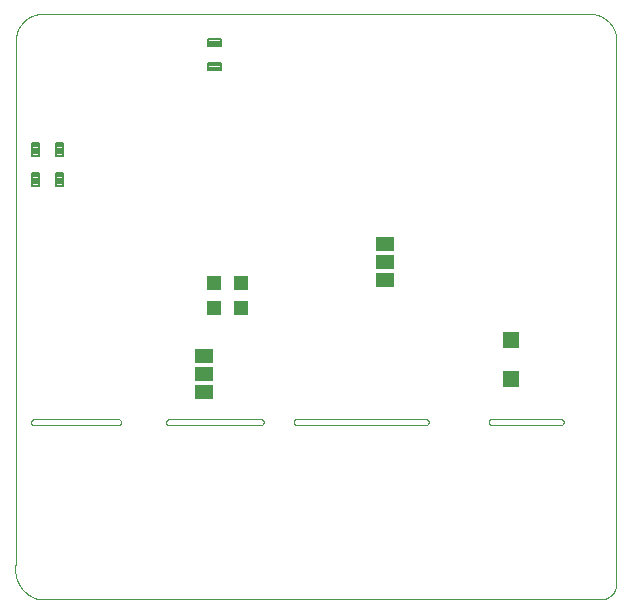
<source format=gbp>
G75*
%MOIN*%
%OFA0B0*%
%FSLAX25Y25*%
%IPPOS*%
%LPD*%
%AMOC8*
5,1,8,0,0,1.08239X$1,22.5*
%
%ADD10C,0.00100*%
%ADD11C,0.00787*%
%ADD12R,0.06300X0.04600*%
%ADD13R,0.05500X0.05500*%
%ADD14R,0.04550X0.05118*%
D10*
X0014100Y0010000D02*
X0201600Y0010000D01*
X0201740Y0010002D01*
X0201880Y0010008D01*
X0202020Y0010018D01*
X0202160Y0010031D01*
X0202299Y0010049D01*
X0202438Y0010071D01*
X0202575Y0010096D01*
X0202713Y0010125D01*
X0202849Y0010158D01*
X0202984Y0010195D01*
X0203118Y0010236D01*
X0203251Y0010281D01*
X0203383Y0010329D01*
X0203513Y0010381D01*
X0203642Y0010436D01*
X0203769Y0010495D01*
X0203895Y0010558D01*
X0204019Y0010624D01*
X0204140Y0010693D01*
X0204260Y0010766D01*
X0204378Y0010843D01*
X0204493Y0010922D01*
X0204607Y0011005D01*
X0204717Y0011091D01*
X0204826Y0011180D01*
X0204932Y0011272D01*
X0205035Y0011367D01*
X0205136Y0011464D01*
X0205233Y0011565D01*
X0205328Y0011668D01*
X0205420Y0011774D01*
X0205509Y0011883D01*
X0205595Y0011993D01*
X0205678Y0012107D01*
X0205757Y0012222D01*
X0205834Y0012340D01*
X0205907Y0012460D01*
X0205976Y0012581D01*
X0206042Y0012705D01*
X0206105Y0012831D01*
X0206164Y0012958D01*
X0206219Y0013087D01*
X0206271Y0013217D01*
X0206319Y0013349D01*
X0206364Y0013482D01*
X0206405Y0013616D01*
X0206442Y0013751D01*
X0206475Y0013887D01*
X0206504Y0014025D01*
X0206529Y0014162D01*
X0206551Y0014301D01*
X0206569Y0014440D01*
X0206582Y0014580D01*
X0206592Y0014720D01*
X0206598Y0014860D01*
X0206600Y0015000D01*
X0206600Y0195000D01*
X0206628Y0195212D01*
X0206650Y0195424D01*
X0206668Y0195637D01*
X0206680Y0195850D01*
X0206687Y0196064D01*
X0206689Y0196277D01*
X0206686Y0196491D01*
X0206677Y0196704D01*
X0206664Y0196918D01*
X0206645Y0197130D01*
X0206621Y0197343D01*
X0206592Y0197554D01*
X0206558Y0197765D01*
X0206519Y0197975D01*
X0206475Y0198184D01*
X0206426Y0198392D01*
X0206371Y0198598D01*
X0206312Y0198804D01*
X0206248Y0199007D01*
X0206179Y0199210D01*
X0206105Y0199410D01*
X0206026Y0199608D01*
X0205943Y0199805D01*
X0205854Y0200000D01*
X0205761Y0200192D01*
X0205664Y0200382D01*
X0205562Y0200570D01*
X0205455Y0200755D01*
X0205344Y0200937D01*
X0205229Y0201117D01*
X0205109Y0201294D01*
X0204985Y0201468D01*
X0204857Y0201638D01*
X0204724Y0201806D01*
X0204588Y0201971D01*
X0204448Y0202132D01*
X0204304Y0202290D01*
X0204156Y0202444D01*
X0204005Y0202594D01*
X0203849Y0202741D01*
X0203691Y0202884D01*
X0203529Y0203023D01*
X0203363Y0203159D01*
X0203195Y0203290D01*
X0203023Y0203417D01*
X0202849Y0203540D01*
X0202671Y0203659D01*
X0202491Y0203773D01*
X0202307Y0203883D01*
X0202122Y0203988D01*
X0201933Y0204089D01*
X0201743Y0204186D01*
X0201550Y0204277D01*
X0201355Y0204364D01*
X0201158Y0204447D01*
X0200959Y0204524D01*
X0200758Y0204597D01*
X0200555Y0204665D01*
X0200351Y0204728D01*
X0200146Y0204786D01*
X0199939Y0204839D01*
X0199731Y0204887D01*
X0199521Y0204930D01*
X0199311Y0204967D01*
X0199100Y0205000D01*
X0014100Y0205000D01*
X0013886Y0204967D01*
X0013672Y0204928D01*
X0013460Y0204884D01*
X0013248Y0204836D01*
X0013038Y0204781D01*
X0012830Y0204722D01*
X0012622Y0204658D01*
X0012417Y0204588D01*
X0012213Y0204514D01*
X0012011Y0204434D01*
X0011811Y0204350D01*
X0011614Y0204261D01*
X0011418Y0204166D01*
X0011225Y0204068D01*
X0011035Y0203964D01*
X0010847Y0203856D01*
X0010661Y0203743D01*
X0010479Y0203626D01*
X0010299Y0203504D01*
X0010123Y0203378D01*
X0009949Y0203247D01*
X0009779Y0203113D01*
X0009613Y0202974D01*
X0009449Y0202831D01*
X0009290Y0202684D01*
X0009134Y0202534D01*
X0008981Y0202379D01*
X0008833Y0202221D01*
X0008688Y0202059D01*
X0008548Y0201894D01*
X0008411Y0201725D01*
X0008279Y0201553D01*
X0008151Y0201378D01*
X0008027Y0201200D01*
X0007908Y0201019D01*
X0007793Y0200835D01*
X0007683Y0200648D01*
X0007577Y0200458D01*
X0007476Y0200266D01*
X0007380Y0200072D01*
X0007289Y0199875D01*
X0007202Y0199676D01*
X0007120Y0199475D01*
X0007044Y0199272D01*
X0006972Y0199068D01*
X0006905Y0198861D01*
X0006844Y0198653D01*
X0006788Y0198444D01*
X0006736Y0198233D01*
X0006690Y0198021D01*
X0006649Y0197808D01*
X0006614Y0197594D01*
X0006583Y0197379D01*
X0006558Y0197164D01*
X0006539Y0196948D01*
X0006524Y0196731D01*
X0006515Y0196514D01*
X0006511Y0196297D01*
X0006513Y0196080D01*
X0006519Y0195864D01*
X0006532Y0195647D01*
X0006549Y0195431D01*
X0006572Y0195215D01*
X0006600Y0195000D01*
X0006600Y0022500D01*
X0006542Y0022258D01*
X0006491Y0022014D01*
X0006445Y0021769D01*
X0006405Y0021523D01*
X0006371Y0021276D01*
X0006343Y0021029D01*
X0006322Y0020781D01*
X0006306Y0020532D01*
X0006296Y0020283D01*
X0006292Y0020034D01*
X0006294Y0019785D01*
X0006302Y0019536D01*
X0006317Y0019287D01*
X0006337Y0019039D01*
X0006363Y0018791D01*
X0006395Y0018544D01*
X0006433Y0018298D01*
X0006478Y0018053D01*
X0006528Y0017809D01*
X0006583Y0017566D01*
X0006645Y0017325D01*
X0006713Y0017085D01*
X0006786Y0016847D01*
X0006865Y0016611D01*
X0006950Y0016377D01*
X0007040Y0016145D01*
X0007136Y0015915D01*
X0007238Y0015687D01*
X0007345Y0015462D01*
X0007457Y0015240D01*
X0007575Y0015020D01*
X0007698Y0014804D01*
X0007826Y0014590D01*
X0007959Y0014380D01*
X0008097Y0014173D01*
X0008241Y0013969D01*
X0008389Y0013769D01*
X0008542Y0013572D01*
X0008699Y0013379D01*
X0008862Y0013190D01*
X0009029Y0013005D01*
X0009200Y0012824D01*
X0009375Y0012648D01*
X0009555Y0012475D01*
X0009739Y0012307D01*
X0009927Y0012144D01*
X0010119Y0011985D01*
X0010314Y0011830D01*
X0010513Y0011681D01*
X0010716Y0011536D01*
X0010923Y0011396D01*
X0011132Y0011262D01*
X0011345Y0011132D01*
X0011561Y0011008D01*
X0011779Y0010889D01*
X0012001Y0010775D01*
X0012225Y0010666D01*
X0012452Y0010563D01*
X0012681Y0010466D01*
X0012913Y0010374D01*
X0013146Y0010288D01*
X0013382Y0010207D01*
X0013620Y0010132D01*
X0013859Y0010063D01*
X0014100Y0010000D01*
X0012600Y0068000D02*
X0040600Y0068000D01*
X0040660Y0068002D01*
X0040721Y0068007D01*
X0040780Y0068016D01*
X0040839Y0068029D01*
X0040898Y0068045D01*
X0040955Y0068065D01*
X0041010Y0068088D01*
X0041065Y0068115D01*
X0041117Y0068144D01*
X0041168Y0068177D01*
X0041217Y0068213D01*
X0041263Y0068251D01*
X0041307Y0068293D01*
X0041349Y0068337D01*
X0041387Y0068383D01*
X0041423Y0068432D01*
X0041456Y0068483D01*
X0041485Y0068535D01*
X0041512Y0068590D01*
X0041535Y0068645D01*
X0041555Y0068702D01*
X0041571Y0068761D01*
X0041584Y0068820D01*
X0041593Y0068879D01*
X0041598Y0068940D01*
X0041600Y0069000D01*
X0041598Y0069060D01*
X0041593Y0069121D01*
X0041584Y0069180D01*
X0041571Y0069239D01*
X0041555Y0069298D01*
X0041535Y0069355D01*
X0041512Y0069410D01*
X0041485Y0069465D01*
X0041456Y0069517D01*
X0041423Y0069568D01*
X0041387Y0069617D01*
X0041349Y0069663D01*
X0041307Y0069707D01*
X0041263Y0069749D01*
X0041217Y0069787D01*
X0041168Y0069823D01*
X0041117Y0069856D01*
X0041065Y0069885D01*
X0041010Y0069912D01*
X0040955Y0069935D01*
X0040898Y0069955D01*
X0040839Y0069971D01*
X0040780Y0069984D01*
X0040721Y0069993D01*
X0040660Y0069998D01*
X0040600Y0070000D01*
X0012600Y0070000D01*
X0011600Y0069000D02*
X0011602Y0068940D01*
X0011607Y0068879D01*
X0011616Y0068820D01*
X0011629Y0068761D01*
X0011645Y0068702D01*
X0011665Y0068645D01*
X0011688Y0068590D01*
X0011715Y0068535D01*
X0011744Y0068483D01*
X0011777Y0068432D01*
X0011813Y0068383D01*
X0011851Y0068337D01*
X0011893Y0068293D01*
X0011937Y0068251D01*
X0011983Y0068213D01*
X0012032Y0068177D01*
X0012083Y0068144D01*
X0012135Y0068115D01*
X0012190Y0068088D01*
X0012245Y0068065D01*
X0012302Y0068045D01*
X0012361Y0068029D01*
X0012420Y0068016D01*
X0012479Y0068007D01*
X0012540Y0068002D01*
X0012600Y0068000D01*
X0011600Y0069000D02*
X0011602Y0069060D01*
X0011607Y0069121D01*
X0011616Y0069180D01*
X0011629Y0069239D01*
X0011645Y0069298D01*
X0011665Y0069355D01*
X0011688Y0069410D01*
X0011715Y0069465D01*
X0011744Y0069517D01*
X0011777Y0069568D01*
X0011813Y0069617D01*
X0011851Y0069663D01*
X0011893Y0069707D01*
X0011937Y0069749D01*
X0011983Y0069787D01*
X0012032Y0069823D01*
X0012083Y0069856D01*
X0012135Y0069885D01*
X0012190Y0069912D01*
X0012245Y0069935D01*
X0012302Y0069955D01*
X0012361Y0069971D01*
X0012420Y0069984D01*
X0012479Y0069993D01*
X0012540Y0069998D01*
X0012600Y0070000D01*
X0057600Y0070000D02*
X0088100Y0070000D01*
X0089100Y0069000D02*
X0089098Y0068940D01*
X0089093Y0068879D01*
X0089084Y0068820D01*
X0089071Y0068761D01*
X0089055Y0068702D01*
X0089035Y0068645D01*
X0089012Y0068590D01*
X0088985Y0068535D01*
X0088956Y0068483D01*
X0088923Y0068432D01*
X0088887Y0068383D01*
X0088849Y0068337D01*
X0088807Y0068293D01*
X0088763Y0068251D01*
X0088717Y0068213D01*
X0088668Y0068177D01*
X0088617Y0068144D01*
X0088565Y0068115D01*
X0088510Y0068088D01*
X0088455Y0068065D01*
X0088398Y0068045D01*
X0088339Y0068029D01*
X0088280Y0068016D01*
X0088221Y0068007D01*
X0088160Y0068002D01*
X0088100Y0068000D01*
X0057600Y0068000D01*
X0057540Y0068002D01*
X0057479Y0068007D01*
X0057420Y0068016D01*
X0057361Y0068029D01*
X0057302Y0068045D01*
X0057245Y0068065D01*
X0057190Y0068088D01*
X0057135Y0068115D01*
X0057083Y0068144D01*
X0057032Y0068177D01*
X0056983Y0068213D01*
X0056937Y0068251D01*
X0056893Y0068293D01*
X0056851Y0068337D01*
X0056813Y0068383D01*
X0056777Y0068432D01*
X0056744Y0068483D01*
X0056715Y0068535D01*
X0056688Y0068590D01*
X0056665Y0068645D01*
X0056645Y0068702D01*
X0056629Y0068761D01*
X0056616Y0068820D01*
X0056607Y0068879D01*
X0056602Y0068940D01*
X0056600Y0069000D01*
X0056602Y0069060D01*
X0056607Y0069121D01*
X0056616Y0069180D01*
X0056629Y0069239D01*
X0056645Y0069298D01*
X0056665Y0069355D01*
X0056688Y0069410D01*
X0056715Y0069465D01*
X0056744Y0069517D01*
X0056777Y0069568D01*
X0056813Y0069617D01*
X0056851Y0069663D01*
X0056893Y0069707D01*
X0056937Y0069749D01*
X0056983Y0069787D01*
X0057032Y0069823D01*
X0057083Y0069856D01*
X0057135Y0069885D01*
X0057190Y0069912D01*
X0057245Y0069935D01*
X0057302Y0069955D01*
X0057361Y0069971D01*
X0057420Y0069984D01*
X0057479Y0069993D01*
X0057540Y0069998D01*
X0057600Y0070000D01*
X0088100Y0070000D02*
X0088160Y0069998D01*
X0088221Y0069993D01*
X0088280Y0069984D01*
X0088339Y0069971D01*
X0088398Y0069955D01*
X0088455Y0069935D01*
X0088510Y0069912D01*
X0088565Y0069885D01*
X0088617Y0069856D01*
X0088668Y0069823D01*
X0088717Y0069787D01*
X0088763Y0069749D01*
X0088807Y0069707D01*
X0088849Y0069663D01*
X0088887Y0069617D01*
X0088923Y0069568D01*
X0088956Y0069517D01*
X0088985Y0069465D01*
X0089012Y0069410D01*
X0089035Y0069355D01*
X0089055Y0069298D01*
X0089071Y0069239D01*
X0089084Y0069180D01*
X0089093Y0069121D01*
X0089098Y0069060D01*
X0089100Y0069000D01*
X0099100Y0069000D02*
X0099102Y0068940D01*
X0099107Y0068879D01*
X0099116Y0068820D01*
X0099129Y0068761D01*
X0099145Y0068702D01*
X0099165Y0068645D01*
X0099188Y0068590D01*
X0099215Y0068535D01*
X0099244Y0068483D01*
X0099277Y0068432D01*
X0099313Y0068383D01*
X0099351Y0068337D01*
X0099393Y0068293D01*
X0099437Y0068251D01*
X0099483Y0068213D01*
X0099532Y0068177D01*
X0099583Y0068144D01*
X0099635Y0068115D01*
X0099690Y0068088D01*
X0099745Y0068065D01*
X0099802Y0068045D01*
X0099861Y0068029D01*
X0099920Y0068016D01*
X0099979Y0068007D01*
X0100040Y0068002D01*
X0100100Y0068000D01*
X0143100Y0068000D01*
X0143160Y0068002D01*
X0143221Y0068007D01*
X0143280Y0068016D01*
X0143339Y0068029D01*
X0143398Y0068045D01*
X0143455Y0068065D01*
X0143510Y0068088D01*
X0143565Y0068115D01*
X0143617Y0068144D01*
X0143668Y0068177D01*
X0143717Y0068213D01*
X0143763Y0068251D01*
X0143807Y0068293D01*
X0143849Y0068337D01*
X0143887Y0068383D01*
X0143923Y0068432D01*
X0143956Y0068483D01*
X0143985Y0068535D01*
X0144012Y0068590D01*
X0144035Y0068645D01*
X0144055Y0068702D01*
X0144071Y0068761D01*
X0144084Y0068820D01*
X0144093Y0068879D01*
X0144098Y0068940D01*
X0144100Y0069000D01*
X0144098Y0069060D01*
X0144093Y0069121D01*
X0144084Y0069180D01*
X0144071Y0069239D01*
X0144055Y0069298D01*
X0144035Y0069355D01*
X0144012Y0069410D01*
X0143985Y0069465D01*
X0143956Y0069517D01*
X0143923Y0069568D01*
X0143887Y0069617D01*
X0143849Y0069663D01*
X0143807Y0069707D01*
X0143763Y0069749D01*
X0143717Y0069787D01*
X0143668Y0069823D01*
X0143617Y0069856D01*
X0143565Y0069885D01*
X0143510Y0069912D01*
X0143455Y0069935D01*
X0143398Y0069955D01*
X0143339Y0069971D01*
X0143280Y0069984D01*
X0143221Y0069993D01*
X0143160Y0069998D01*
X0143100Y0070000D01*
X0100100Y0070000D01*
X0100040Y0069998D01*
X0099979Y0069993D01*
X0099920Y0069984D01*
X0099861Y0069971D01*
X0099802Y0069955D01*
X0099745Y0069935D01*
X0099690Y0069912D01*
X0099635Y0069885D01*
X0099583Y0069856D01*
X0099532Y0069823D01*
X0099483Y0069787D01*
X0099437Y0069749D01*
X0099393Y0069707D01*
X0099351Y0069663D01*
X0099313Y0069617D01*
X0099277Y0069568D01*
X0099244Y0069517D01*
X0099215Y0069465D01*
X0099188Y0069410D01*
X0099165Y0069355D01*
X0099145Y0069298D01*
X0099129Y0069239D01*
X0099116Y0069180D01*
X0099107Y0069121D01*
X0099102Y0069060D01*
X0099100Y0069000D01*
X0164100Y0069000D02*
X0164102Y0068940D01*
X0164107Y0068879D01*
X0164116Y0068820D01*
X0164129Y0068761D01*
X0164145Y0068702D01*
X0164165Y0068645D01*
X0164188Y0068590D01*
X0164215Y0068535D01*
X0164244Y0068483D01*
X0164277Y0068432D01*
X0164313Y0068383D01*
X0164351Y0068337D01*
X0164393Y0068293D01*
X0164437Y0068251D01*
X0164483Y0068213D01*
X0164532Y0068177D01*
X0164583Y0068144D01*
X0164635Y0068115D01*
X0164690Y0068088D01*
X0164745Y0068065D01*
X0164802Y0068045D01*
X0164861Y0068029D01*
X0164920Y0068016D01*
X0164979Y0068007D01*
X0165040Y0068002D01*
X0165100Y0068000D01*
X0188100Y0068000D01*
X0188160Y0068002D01*
X0188221Y0068007D01*
X0188280Y0068016D01*
X0188339Y0068029D01*
X0188398Y0068045D01*
X0188455Y0068065D01*
X0188510Y0068088D01*
X0188565Y0068115D01*
X0188617Y0068144D01*
X0188668Y0068177D01*
X0188717Y0068213D01*
X0188763Y0068251D01*
X0188807Y0068293D01*
X0188849Y0068337D01*
X0188887Y0068383D01*
X0188923Y0068432D01*
X0188956Y0068483D01*
X0188985Y0068535D01*
X0189012Y0068590D01*
X0189035Y0068645D01*
X0189055Y0068702D01*
X0189071Y0068761D01*
X0189084Y0068820D01*
X0189093Y0068879D01*
X0189098Y0068940D01*
X0189100Y0069000D01*
X0189098Y0069060D01*
X0189093Y0069121D01*
X0189084Y0069180D01*
X0189071Y0069239D01*
X0189055Y0069298D01*
X0189035Y0069355D01*
X0189012Y0069410D01*
X0188985Y0069465D01*
X0188956Y0069517D01*
X0188923Y0069568D01*
X0188887Y0069617D01*
X0188849Y0069663D01*
X0188807Y0069707D01*
X0188763Y0069749D01*
X0188717Y0069787D01*
X0188668Y0069823D01*
X0188617Y0069856D01*
X0188565Y0069885D01*
X0188510Y0069912D01*
X0188455Y0069935D01*
X0188398Y0069955D01*
X0188339Y0069971D01*
X0188280Y0069984D01*
X0188221Y0069993D01*
X0188160Y0069998D01*
X0188100Y0070000D01*
X0165100Y0070000D01*
X0165040Y0069998D01*
X0164979Y0069993D01*
X0164920Y0069984D01*
X0164861Y0069971D01*
X0164802Y0069955D01*
X0164745Y0069935D01*
X0164690Y0069912D01*
X0164635Y0069885D01*
X0164583Y0069856D01*
X0164532Y0069823D01*
X0164483Y0069787D01*
X0164437Y0069749D01*
X0164393Y0069707D01*
X0164351Y0069663D01*
X0164313Y0069617D01*
X0164277Y0069568D01*
X0164244Y0069517D01*
X0164215Y0069465D01*
X0164188Y0069410D01*
X0164165Y0069355D01*
X0164145Y0069298D01*
X0164129Y0069239D01*
X0164116Y0069180D01*
X0164107Y0069121D01*
X0164102Y0069060D01*
X0164100Y0069000D01*
D11*
X0070434Y0186381D02*
X0070434Y0188745D01*
X0074766Y0188745D01*
X0074766Y0186381D01*
X0070434Y0186381D01*
X0070434Y0187167D02*
X0074766Y0187167D01*
X0074766Y0187953D02*
X0070434Y0187953D01*
X0070434Y0188739D02*
X0074766Y0188739D01*
X0070434Y0194255D02*
X0070434Y0196619D01*
X0074766Y0196619D01*
X0074766Y0194255D01*
X0070434Y0194255D01*
X0070434Y0195041D02*
X0074766Y0195041D01*
X0074766Y0195827D02*
X0070434Y0195827D01*
X0070434Y0196613D02*
X0074766Y0196613D01*
X0022219Y0162166D02*
X0019855Y0162166D01*
X0022219Y0162166D02*
X0022219Y0157834D01*
X0019855Y0157834D01*
X0019855Y0162166D01*
X0019855Y0158620D02*
X0022219Y0158620D01*
X0022219Y0159406D02*
X0019855Y0159406D01*
X0019855Y0160192D02*
X0022219Y0160192D01*
X0022219Y0160978D02*
X0019855Y0160978D01*
X0019855Y0161764D02*
X0022219Y0161764D01*
X0014345Y0162166D02*
X0011981Y0162166D01*
X0014345Y0162166D02*
X0014345Y0157834D01*
X0011981Y0157834D01*
X0011981Y0162166D01*
X0011981Y0158620D02*
X0014345Y0158620D01*
X0014345Y0159406D02*
X0011981Y0159406D01*
X0011981Y0160192D02*
X0014345Y0160192D01*
X0014345Y0160978D02*
X0011981Y0160978D01*
X0011981Y0161764D02*
X0014345Y0161764D01*
X0014345Y0152166D02*
X0011981Y0152166D01*
X0014345Y0152166D02*
X0014345Y0147834D01*
X0011981Y0147834D01*
X0011981Y0152166D01*
X0011981Y0148620D02*
X0014345Y0148620D01*
X0014345Y0149406D02*
X0011981Y0149406D01*
X0011981Y0150192D02*
X0014345Y0150192D01*
X0014345Y0150978D02*
X0011981Y0150978D01*
X0011981Y0151764D02*
X0014345Y0151764D01*
X0019855Y0152166D02*
X0022219Y0152166D01*
X0022219Y0147834D01*
X0019855Y0147834D01*
X0019855Y0152166D01*
X0019855Y0148620D02*
X0022219Y0148620D01*
X0022219Y0149406D02*
X0019855Y0149406D01*
X0019855Y0150192D02*
X0022219Y0150192D01*
X0022219Y0150978D02*
X0019855Y0150978D01*
X0019855Y0151764D02*
X0022219Y0151764D01*
D12*
X0069100Y0091000D03*
X0069100Y0085000D03*
X0069100Y0079000D03*
X0129600Y0116500D03*
X0129600Y0122500D03*
X0129600Y0128500D03*
D13*
X0171600Y0096500D03*
X0171600Y0083500D03*
D14*
X0081537Y0107000D03*
X0081537Y0115500D03*
X0072663Y0115500D03*
X0072663Y0107000D03*
M02*

</source>
